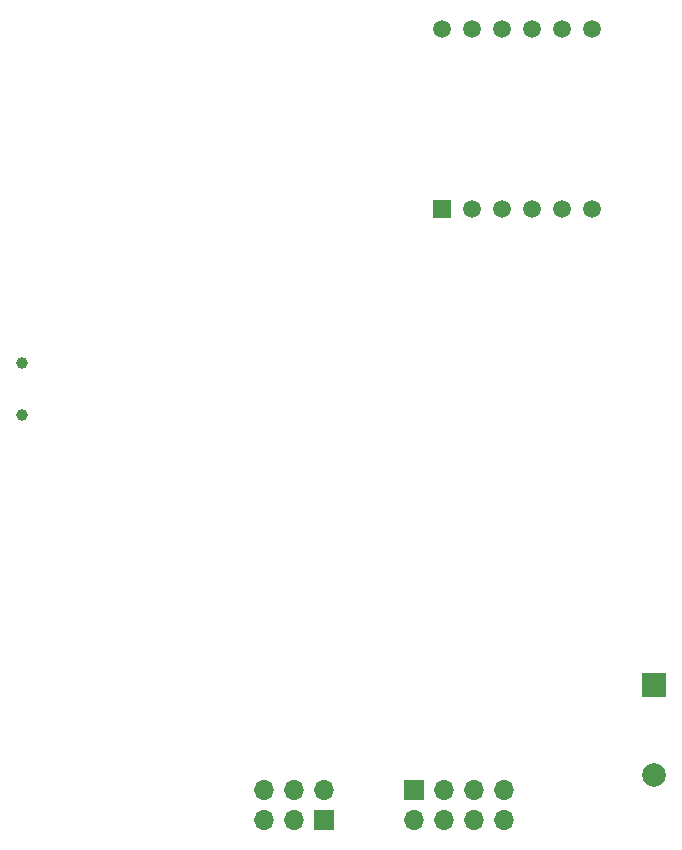
<source format=gbr>
%TF.GenerationSoftware,KiCad,Pcbnew,(7.0.0)*%
%TF.CreationDate,2023-04-21T10:27:54-06:00*%
%TF.ProjectId,PhaseB_ATMEGA,50686173-6542-45f4-9154-4d4547412e6b,rev?*%
%TF.SameCoordinates,Original*%
%TF.FileFunction,Soldermask,Bot*%
%TF.FilePolarity,Negative*%
%FSLAX46Y46*%
G04 Gerber Fmt 4.6, Leading zero omitted, Abs format (unit mm)*
G04 Created by KiCad (PCBNEW (7.0.0)) date 2023-04-21 10:27:54*
%MOMM*%
%LPD*%
G01*
G04 APERTURE LIST*
%ADD10R,2.000000X2.000000*%
%ADD11C,2.000000*%
%ADD12C,1.000000*%
%ADD13R,1.500000X1.500000*%
%ADD14C,1.500000*%
%ADD15R,1.700000X1.700000*%
%ADD16O,1.700000X1.700000*%
G04 APERTURE END LIST*
D10*
%TO.C,LS1*%
X109399999Y-167319999D03*
D11*
X109400000Y-174920000D03*
%TD*%
D12*
%TO.C,J1*%
X55880000Y-140040000D03*
X55880000Y-144440000D03*
%TD*%
D13*
%TO.C,U4*%
X91439999Y-126999999D03*
D14*
X93980000Y-127000000D03*
X96520000Y-127000000D03*
X99060000Y-127000000D03*
X101600000Y-127000000D03*
X104140000Y-127000000D03*
X104140000Y-111760000D03*
X101600000Y-111760000D03*
X99060000Y-111760000D03*
X96520000Y-111760000D03*
X93980000Y-111760000D03*
X91440000Y-111760000D03*
%TD*%
D15*
%TO.C,J3*%
X89079999Y-176199999D03*
D16*
X89079999Y-178739999D03*
X91619999Y-176199999D03*
X91619999Y-178739999D03*
X94159999Y-176199999D03*
X94159999Y-178739999D03*
X96699999Y-176199999D03*
X96699999Y-178739999D03*
%TD*%
D15*
%TO.C,J2*%
X81459999Y-178739999D03*
D16*
X81459999Y-176199999D03*
X78919999Y-178739999D03*
X78919999Y-176199999D03*
X76379999Y-178739999D03*
X76379999Y-176199999D03*
%TD*%
M02*

</source>
